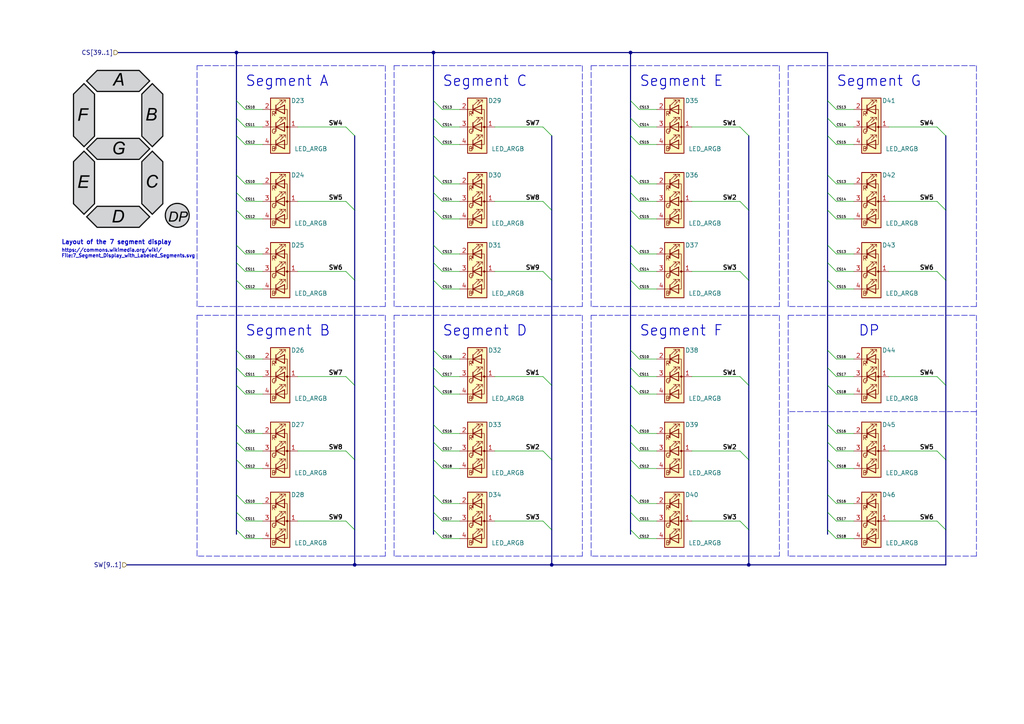
<source format=kicad_sch>
(kicad_sch (version 20211123) (generator eeschema)
  (paper "A4")
  (title_block (title "PMod RGB & Segment Display") (rev "v0.1") (company "James Horton") (comment 1 "interface, all LED's are designed to be indivdually addressable ") (comment 2 "This design is a 4 Digit Seven Segment Display made from RGB LED's, controlled using I2C") (comment 4 "Licensed Under CERN Open Hardware Licence Version 2 - Permissive"))
  (lib_symbols
    (symbol "Device:LED_ARGB" (pin_names (offset 0) hide)
      (property "Reference" "D" (at 0 9.398 0))
      (property "Value" "LED_ARGB" (at 0 -8.89 0))
      (symbol "LED_ARGB_0_0"
        (text "B" (at -1.905 -6.35 0) (effects (font (size 1.27 1.27))))
        (text "G" (at -1.905 -1.27 0) (effects (font (size 1.27 1.27))))
        (text "R" (at -1.905 3.81 0) (effects (font (size 1.27 1.27))))
      )
      (symbol "LED_ARGB_0_1"
        (polyline (pts (xy -1.27 -5.08) (xy -2.54 -5.08)))
        (polyline (pts (xy -1.27 -5.08) (xy 1.27 -5.08)))
        (polyline (pts (xy -1.27 -3.81) (xy -1.27 -6.35)) (stroke (width 0.254)))
        (polyline (pts (xy -1.27 0) (xy -2.54 0)))
        (polyline (pts (xy -1.27 1.27) (xy -1.27 -1.27)) (stroke (width 0.254)))
        (polyline (pts (xy -1.27 5.08) (xy -2.54 5.08)))
        (polyline (pts (xy -1.27 5.08) (xy 1.27 5.08)))
        (polyline (pts (xy -1.27 6.35) (xy -1.27 3.81)) (stroke (width 0.254)))
        (polyline (pts (xy 1.27 0) (xy -1.27 0)))
        (polyline (pts (xy 1.27 0) (xy 2.54 0)))
        (polyline (pts (xy -1.27 1.27) (xy -1.27 -1.27) (xy -1.27 -1.27)))
        (polyline (pts (xy -1.27 6.35) (xy -1.27 3.81) (xy -1.27 3.81)))
        (polyline (pts (xy 1.27 -5.08) (xy 2.032 -5.08) (xy 2.032 5.08) (xy 1.27 5.08)))
        (polyline (pts (xy 1.27 -3.81) (xy 1.27 -6.35) (xy -1.27 -5.08) (xy 1.27 -3.81)) (stroke (width 0.254)))
        (polyline (pts (xy 1.27 1.27) (xy 1.27 -1.27) (xy -1.27 0) (xy 1.27 1.27)) (stroke (width 0.254)))
        (polyline (pts (xy 1.27 6.35) (xy 1.27 3.81) (xy -1.27 5.08) (xy 1.27 6.35)) (stroke (width 0.254)))
        (polyline (pts (xy -1.016 -3.81) (xy 0.508 -2.286) (xy -0.254 -2.286) (xy 0.508 -2.286) (xy 0.508 -3.048)))
        (polyline (pts (xy -1.016 1.27) (xy 0.508 2.794) (xy -0.254 2.794) (xy 0.508 2.794) (xy 0.508 2.032)))
        (polyline (pts (xy -1.016 6.35) (xy 0.508 7.874) (xy -0.254 7.874) (xy 0.508 7.874) (xy 0.508 7.112)))
        (polyline (pts (xy 0 -3.81) (xy 1.524 -2.286) (xy 0.762 -2.286) (xy 1.524 -2.286) (xy 1.524 -3.048)))
        (polyline (pts (xy 0 1.27) (xy 1.524 2.794) (xy 0.762 2.794) (xy 1.524 2.794) (xy 1.524 2.032)))
        (polyline (pts (xy 0 6.35) (xy 1.524 7.874) (xy 0.762 7.874) (xy 1.524 7.874) (xy 1.524 7.112)))
        (rectangle (start 1.27 -1.27) (end 1.27 1.27))
        (rectangle (start 1.27 1.27) (end 1.27 1.27))
        (rectangle (start 1.27 3.81) (end 1.27 6.35))
        (rectangle (start 1.27 6.35) (end 1.27 6.35))
        (circle (center 2.032 0) (radius 0.254) (fill (type outline)))
        (rectangle (start 2.794 8.382) (end -2.794 -7.62) (stroke (width 0.254)) (fill (type background)))
      )
      (symbol "LED_ARGB_1_1"
        (pin passive line (at 5.08 0 180) (length 2.54) (name "A") (number "1"))
        (pin passive line (at -5.08 5.08 0) (length 2.54) (name "RK") (number "2"))
        (pin passive line (at -5.08 0 0) (length 2.54) (name "GK") (number "3"))
        (pin passive line (at -5.08 -5.08 0) (length 2.54) (name "BK") (number "4"))
      )
    )
  )
  (junction (at 182.88 15.24))
  (junction (at 102.87 163.83))
  (junction (at 125.73 15.24))
  (junction (at 160.02 163.83))
  (junction (at 68.58 15.24))
  (junction (at 217.17 163.83))
  (bus_entry (at 182.88 55.88) (size 2.54 2.54))
  (bus_entry (at 125.73 133.35) (size 2.54 2.54))
  (bus_entry (at 271.78 130.81) (size 2.54 2.54))
  (bus_entry (at 240.03 148.59) (size 2.54 2.54))
  (bus_entry (at 125.73 81.28) (size 2.54 2.54))
  (bus_entry (at 271.78 78.74) (size 2.54 2.54))
  (bus_entry (at 240.03 55.88) (size 2.54 2.54))
  (bus_entry (at 182.88 76.2) (size 2.54 2.54))
  (bus_entry (at 182.88 50.8) (size 2.54 2.54))
  (bus_entry (at 125.73 50.8) (size 2.54 2.54))
  (bus_entry (at 68.58 39.37) (size 2.54 2.54))
  (bus_entry (at 125.73 143.51) (size 2.54 2.54))
  (bus_entry (at 240.03 106.68) (size 2.54 2.54))
  (bus_entry (at 68.58 143.51) (size 2.54 2.54))
  (bus_entry (at 182.88 128.27) (size 2.54 2.54))
  (bus_entry (at 182.88 133.35) (size 2.54 2.54))
  (bus_entry (at 100.33 78.74) (size 2.54 2.54))
  (bus_entry (at 182.88 39.37) (size 2.54 2.54))
  (bus_entry (at 182.88 101.6) (size 2.54 2.54))
  (bus_entry (at 125.73 148.59) (size 2.54 2.54))
  (bus_entry (at 182.88 111.76) (size 2.54 2.54))
  (bus_entry (at 240.03 71.12) (size 2.54 2.54))
  (bus_entry (at 182.88 60.96) (size 2.54 2.54))
  (bus_entry (at 214.63 151.13) (size 2.54 2.54))
  (bus_entry (at 240.03 39.37) (size 2.54 2.54))
  (bus_entry (at 214.63 78.74) (size 2.54 2.54))
  (bus_entry (at 240.03 50.8) (size 2.54 2.54))
  (bus_entry (at 100.33 151.13) (size 2.54 2.54))
  (bus_entry (at 182.88 148.59) (size 2.54 2.54))
  (bus_entry (at 100.33 58.42) (size 2.54 2.54))
  (bus_entry (at 125.73 153.67) (size 2.54 2.54))
  (bus_entry (at 182.88 34.29) (size 2.54 2.54))
  (bus_entry (at 214.63 36.83) (size 2.54 2.54))
  (bus_entry (at 271.78 58.42) (size 2.54 2.54))
  (bus_entry (at 125.73 71.12) (size 2.54 2.54))
  (bus_entry (at 68.58 153.67) (size 2.54 2.54))
  (bus_entry (at 182.88 81.28) (size 2.54 2.54))
  (bus_entry (at 240.03 101.6) (size 2.54 2.54))
  (bus_entry (at 182.88 71.12) (size 2.54 2.54))
  (bus_entry (at 240.03 123.19) (size 2.54 2.54))
  (bus_entry (at 240.03 153.67) (size 2.54 2.54))
  (bus_entry (at 214.63 58.42) (size 2.54 2.54))
  (bus_entry (at 125.73 111.76) (size 2.54 2.54))
  (bus_entry (at 125.73 106.68) (size 2.54 2.54))
  (bus_entry (at 182.88 123.19) (size 2.54 2.54))
  (bus_entry (at 68.58 133.35) (size 2.54 2.54))
  (bus_entry (at 100.33 109.22) (size 2.54 2.54))
  (bus_entry (at 240.03 111.76) (size 2.54 2.54))
  (bus_entry (at 68.58 71.12) (size 2.54 2.54))
  (bus_entry (at 125.73 101.6) (size 2.54 2.54))
  (bus_entry (at 125.73 29.21) (size 2.54 2.54))
  (bus_entry (at 68.58 101.6) (size 2.54 2.54))
  (bus_entry (at 240.03 143.51) (size 2.54 2.54))
  (bus_entry (at 240.03 81.28) (size 2.54 2.54))
  (bus_entry (at 214.63 130.81) (size 2.54 2.54))
  (bus_entry (at 271.78 151.13) (size 2.54 2.54))
  (bus_entry (at 125.73 76.2) (size 2.54 2.54))
  (bus_entry (at 125.73 34.29) (size 2.54 2.54))
  (bus_entry (at 182.88 29.21) (size 2.54 2.54))
  (bus_entry (at 68.58 60.96) (size 2.54 2.54))
  (bus_entry (at 68.58 55.88) (size 2.54 2.54))
  (bus_entry (at 271.78 109.22) (size 2.54 2.54))
  (bus_entry (at 157.48 130.81) (size 2.54 2.54))
  (bus_entry (at 240.03 29.21) (size 2.54 2.54))
  (bus_entry (at 240.03 60.96) (size 2.54 2.54))
  (bus_entry (at 125.73 60.96) (size 2.54 2.54))
  (bus_entry (at 271.78 36.83) (size 2.54 2.54))
  (bus_entry (at 68.58 29.21) (size 2.54 2.54))
  (bus_entry (at 214.63 109.22) (size 2.54 2.54))
  (bus_entry (at 68.58 128.27) (size 2.54 2.54))
  (bus_entry (at 68.58 34.29) (size 2.54 2.54))
  (bus_entry (at 68.58 106.68) (size 2.54 2.54))
  (bus_entry (at 240.03 76.2) (size 2.54 2.54))
  (bus_entry (at 157.48 36.83) (size 2.54 2.54))
  (bus_entry (at 68.58 148.59) (size 2.54 2.54))
  (bus_entry (at 68.58 76.2) (size 2.54 2.54))
  (bus_entry (at 100.33 36.83) (size 2.54 2.54))
  (bus_entry (at 157.48 58.42) (size 2.54 2.54))
  (bus_entry (at 240.03 34.29) (size 2.54 2.54))
  (bus_entry (at 100.33 130.81) (size 2.54 2.54))
  (bus_entry (at 240.03 128.27) (size 2.54 2.54))
  (bus_entry (at 125.73 55.88) (size 2.54 2.54))
  (bus_entry (at 68.58 50.8) (size 2.54 2.54))
  (bus_entry (at 125.73 39.37) (size 2.54 2.54))
  (bus_entry (at 125.73 123.19) (size 2.54 2.54))
  (bus_entry (at 182.88 143.51) (size 2.54 2.54))
  (bus_entry (at 157.48 151.13) (size 2.54 2.54))
  (bus_entry (at 157.48 78.74) (size 2.54 2.54))
  (bus_entry (at 240.03 133.35) (size 2.54 2.54))
  (bus_entry (at 125.73 128.27) (size 2.54 2.54))
  (bus_entry (at 68.58 111.76) (size 2.54 2.54))
  (bus_entry (at 68.58 123.19) (size 2.54 2.54))
  (bus_entry (at 182.88 106.68) (size 2.54 2.54))
  (bus_entry (at 157.48 109.22) (size 2.54 2.54))
  (bus_entry (at 68.58 81.28) (size 2.54 2.54))
  (bus_entry (at 182.88 153.67) (size 2.54 2.54))
  (wire (pts (xy 200.66 109.22) (xy 214.63 109.22)))
  (wire (pts (xy 86.36 109.22) (xy 100.33 109.22)))
  (wire (pts (xy 242.57 36.83) (xy 247.65 36.83)))
  (bus (pts (xy 125.73 143.51) (xy 125.73 148.59)))
  (wire (pts (xy 71.12 73.66) (xy 76.2 73.66)))
  (wire (pts (xy 71.12 36.83) (xy 76.2 36.83)))
  (bus (pts (xy 68.58 123.19) (xy 68.58 128.27)))
  (polyline (pts (xy 171.45 88.9) (xy 171.45 19.05)))
  (bus (pts (xy 160.02 111.76) (xy 160.02 133.35)))
  (wire (pts (xy 242.57 104.14) (xy 247.65 104.14)))
  (wire (pts (xy 185.42 104.14) (xy 190.5 104.14)))
  (wire (pts (xy 214.63 130.81) (xy 200.66 130.81)))
  (wire (pts (xy 128.27 156.21) (xy 133.35 156.21)))
  (bus (pts (xy 125.73 15.24) (xy 182.88 15.24)))
  (bus (pts (xy 240.03 128.27) (xy 240.03 133.35)))
  (bus (pts (xy 240.03 50.8) (xy 240.03 55.88)))
  (wire (pts (xy 242.57 73.66) (xy 247.65 73.66)))
  (wire (pts (xy 128.27 78.74) (xy 133.35 78.74)))
  (wire (pts (xy 185.42 156.21) (xy 190.5 156.21)))
  (bus (pts (xy 125.73 55.88) (xy 125.73 60.96)))
  (wire (pts (xy 242.57 41.91) (xy 247.65 41.91)))
  (wire (pts (xy 200.66 36.83) (xy 214.63 36.83)))
  (polyline (pts (xy 111.76 19.05) (xy 111.76 88.9)))
  (wire (pts (xy 257.81 78.74) (xy 271.78 78.74)))
  (polyline (pts (xy 283.21 119.38) (xy 228.6 119.38)))
  (bus (pts (xy 182.88 60.96) (xy 182.88 71.12)))
  (bus (pts (xy 125.73 71.12) (xy 125.73 76.2)))
  (bus (pts (xy 182.88 133.35) (xy 182.88 143.51)))
  (bus (pts (xy 68.58 15.24) (xy 125.73 15.24)))
  (wire (pts (xy 128.27 114.3) (xy 133.35 114.3)))
  (wire (pts (xy 71.12 78.74) (xy 76.2 78.74)))
  (wire (pts (xy 71.12 31.75) (xy 76.2 31.75)))
  (bus (pts (xy 182.88 148.59) (xy 182.88 153.67)))
  (bus (pts (xy 240.03 153.67) (xy 240.03 154.94)))
  (bus (pts (xy 182.88 29.21) (xy 182.88 34.29)))
  (wire (pts (xy 143.51 36.83) (xy 157.48 36.83)))
  (bus (pts (xy 68.58 76.2) (xy 68.58 81.28)))
  (wire (pts (xy 128.27 31.75) (xy 133.35 31.75)))
  (wire (pts (xy 71.12 156.21) (xy 76.2 156.21)))
  (wire (pts (xy 185.42 146.05) (xy 190.5 146.05)))
  (bus (pts (xy 68.58 153.67) (xy 68.58 154.94)))
  (bus (pts (xy 274.32 133.35) (xy 274.32 153.67)))
  (wire (pts (xy 185.42 53.34) (xy 190.5 53.34)))
  (polyline (pts (xy 171.45 161.29) (xy 171.45 91.44)))
  (wire (pts (xy 143.51 109.22) (xy 157.48 109.22)))
  (bus (pts (xy 68.58 111.76) (xy 68.58 123.19)))
  (wire (pts (xy 214.63 58.42) (xy 200.66 58.42)))
  (wire (pts (xy 257.81 151.13) (xy 271.78 151.13)))
  (wire (pts (xy 242.57 58.42) (xy 247.65 58.42)))
  (bus (pts (xy 217.17 153.67) (xy 217.17 163.83)))
  (wire (pts (xy 185.42 73.66) (xy 190.5 73.66)))
  (bus (pts (xy 182.88 143.51) (xy 182.88 148.59)))
  (bus (pts (xy 182.88 106.68) (xy 182.88 111.76)))
  (wire (pts (xy 128.27 104.14) (xy 133.35 104.14)))
  (bus (pts (xy 274.32 60.96) (xy 274.32 81.28)))
  (bus (pts (xy 182.88 50.8) (xy 182.88 55.88)))
  (bus (pts (xy 160.02 133.35) (xy 160.02 153.67)))
  (wire (pts (xy 128.27 151.13) (xy 133.35 151.13)))
  (wire (pts (xy 271.78 58.42) (xy 257.81 58.42)))
  (wire (pts (xy 242.57 31.75) (xy 247.65 31.75)))
  (bus (pts (xy 160.02 39.37) (xy 160.02 60.96)))
  (bus (pts (xy 240.03 55.88) (xy 240.03 60.96)))
  (wire (pts (xy 185.42 58.42) (xy 190.5 58.42)))
  (wire (pts (xy 185.42 36.83) (xy 190.5 36.83)))
  (bus (pts (xy 217.17 163.83) (xy 160.02 163.83)))
  (bus (pts (xy 217.17 111.76) (xy 217.17 133.35)))
  (wire (pts (xy 242.57 151.13) (xy 247.65 151.13)))
  (bus (pts (xy 68.58 29.21) (xy 68.58 34.29)))
  (wire (pts (xy 185.42 114.3) (xy 190.5 114.3)))
  (bus (pts (xy 68.58 39.37) (xy 68.58 50.8)))
  (bus (pts (xy 240.03 101.6) (xy 240.03 106.68)))
  (wire (pts (xy 128.27 41.91) (xy 133.35 41.91)))
  (wire (pts (xy 128.27 125.73) (xy 133.35 125.73)))
  (wire (pts (xy 257.81 109.22) (xy 271.78 109.22)))
  (wire (pts (xy 185.42 41.91) (xy 190.5 41.91)))
  (polyline (pts (xy 114.3 88.9) (xy 114.3 19.05)))
  (bus (pts (xy 240.03 123.19) (xy 240.03 128.27)))
  (wire (pts (xy 71.12 130.81) (xy 76.2 130.81)))
  (bus (pts (xy 68.58 81.28) (xy 68.58 101.6)))
  (polyline (pts (xy 171.45 19.05) (xy 226.06 19.05)))
  (wire (pts (xy 71.12 114.3) (xy 76.2 114.3)))
  (polyline (pts (xy 226.06 91.44) (xy 226.06 161.29)))
  (bus (pts (xy 36.83 163.83) (xy 102.87 163.83)))
  (wire (pts (xy 242.57 156.21) (xy 247.65 156.21)))
  (wire (pts (xy 185.42 109.22) (xy 190.5 109.22)))
  (bus (pts (xy 125.73 148.59) (xy 125.73 153.67)))
  (bus (pts (xy 125.73 34.29) (xy 125.73 39.37)))
  (bus (pts (xy 182.88 15.24) (xy 240.03 15.24)))
  (polyline (pts (xy 57.15 91.44) (xy 111.76 91.44)))
  (polyline (pts (xy 228.6 19.05) (xy 283.21 19.05)))
  (polyline (pts (xy 228.6 161.29) (xy 228.6 91.44)))
  (bus (pts (xy 68.58 133.35) (xy 68.58 143.51)))
  (bus (pts (xy 102.87 60.96) (xy 102.87 81.28)))
  (polyline (pts (xy 111.76 91.44) (xy 111.76 161.29)))
  (wire (pts (xy 157.48 58.42) (xy 143.51 58.42)))
  (bus (pts (xy 125.73 81.28) (xy 125.73 101.6)))
  (wire (pts (xy 157.48 130.81) (xy 143.51 130.81)))
  (bus (pts (xy 125.73 111.76) (xy 125.73 123.19)))
  (wire (pts (xy 71.12 58.42) (xy 76.2 58.42)))
  (polyline (pts (xy 228.6 91.44) (xy 283.21 91.44)))
  (bus (pts (xy 182.88 153.67) (xy 182.88 154.94)))
  (wire (pts (xy 143.51 78.74) (xy 157.48 78.74)))
  (bus (pts (xy 240.03 133.35) (xy 240.03 143.51)))
  (bus (pts (xy 160.02 81.28) (xy 160.02 111.76)))
  (wire (pts (xy 185.42 135.89) (xy 190.5 135.89)))
  (polyline (pts (xy 57.15 19.05) (xy 111.76 19.05)))
  (wire (pts (xy 86.36 151.13) (xy 100.33 151.13)))
  (wire (pts (xy 242.57 135.89) (xy 247.65 135.89)))
  (wire (pts (xy 242.57 63.5) (xy 247.65 63.5)))
  (bus (pts (xy 240.03 15.24) (xy 240.03 29.21)))
  (bus (pts (xy 125.73 15.24) (xy 125.73 29.21)))
  (polyline (pts (xy 283.21 19.05) (xy 283.21 88.9)))
  (wire (pts (xy 71.12 146.05) (xy 76.2 146.05)))
  (wire (pts (xy 200.66 151.13) (xy 214.63 151.13)))
  (polyline (pts (xy 57.15 88.9) (xy 57.15 19.05)))
  (bus (pts (xy 160.02 60.96) (xy 160.02 81.28)))
  (bus (pts (xy 102.87 153.67) (xy 102.87 163.83)))
  (polyline (pts (xy 228.6 88.9) (xy 228.6 19.05)))
  (wire (pts (xy 242.57 53.34) (xy 247.65 53.34)))
  (bus (pts (xy 125.73 29.21) (xy 125.73 34.29)))
  (wire (pts (xy 200.66 78.74) (xy 214.63 78.74)))
  (bus (pts (xy 125.73 133.35) (xy 125.73 143.51)))
  (bus (pts (xy 217.17 60.96) (xy 217.17 81.28)))
  (bus (pts (xy 102.87 133.35) (xy 102.87 153.67)))
  (bus (pts (xy 274.32 111.76) (xy 274.32 133.35)))
  (bus (pts (xy 182.88 76.2) (xy 182.88 81.28)))
  (wire (pts (xy 143.51 151.13) (xy 157.48 151.13)))
  (bus (pts (xy 125.73 101.6) (xy 125.73 106.68)))
  (bus (pts (xy 102.87 81.28) (xy 102.87 111.76)))
  (bus (pts (xy 125.73 153.67) (xy 125.73 154.94)))
  (bus (pts (xy 217.17 133.35) (xy 217.17 153.67)))
  (wire (pts (xy 185.42 63.5) (xy 190.5 63.5)))
  (bus (pts (xy 274.32 153.67) (xy 274.32 163.83)))
  (bus (pts (xy 68.58 148.59) (xy 68.58 153.67)))
  (bus (pts (xy 182.88 81.28) (xy 182.88 101.6)))
  (bus (pts (xy 125.73 50.8) (xy 125.73 55.88)))
  (bus (pts (xy 68.58 101.6) (xy 68.58 106.68)))
  (bus (pts (xy 125.73 123.19) (xy 125.73 128.27)))
  (bus (pts (xy 160.02 163.83) (xy 102.87 163.83)))
  (bus (pts (xy 68.58 106.68) (xy 68.58 111.76)))
  (bus (pts (xy 68.58 71.12) (xy 68.58 76.2)))
  (bus (pts (xy 274.32 39.37) (xy 274.32 60.96)))
  (wire (pts (xy 128.27 73.66) (xy 133.35 73.66)))
  (bus (pts (xy 240.03 111.76) (xy 240.03 123.19)))
  (bus (pts (xy 182.88 39.37) (xy 182.88 50.8)))
  (bus (pts (xy 182.88 123.19) (xy 182.88 128.27)))
  (polyline (pts (xy 283.21 91.44) (xy 283.21 161.29)))
  (polyline (pts (xy 168.91 91.44) (xy 168.91 161.29)))
  (bus (pts (xy 182.88 15.24) (xy 182.88 29.21)))
  (polyline (pts (xy 226.06 88.9) (xy 171.45 88.9)))
  (polyline (pts (xy 114.3 19.05) (xy 168.91 19.05)))
  (wire (pts (xy 242.57 146.05) (xy 247.65 146.05)))
  (wire (pts (xy 71.12 63.5) (xy 76.2 63.5)))
  (wire (pts (xy 71.12 135.89) (xy 76.2 135.89)))
  (wire (pts (xy 100.33 130.81) (xy 86.36 130.81)))
  (wire (pts (xy 242.57 130.81) (xy 247.65 130.81)))
  (polyline (pts (xy 114.3 161.29) (xy 114.3 91.44)))
  (bus (pts (xy 125.73 76.2) (xy 125.73 81.28)))
  (wire (pts (xy 128.27 58.42) (xy 133.35 58.42)))
  (polyline (pts (xy 111.76 161.29) (xy 57.15 161.29)))
  (bus (pts (xy 217.17 39.37) (xy 217.17 60.96)))
  (wire (pts (xy 257.81 36.83) (xy 271.78 36.83)))
  (wire (pts (xy 185.42 31.75) (xy 190.5 31.75)))
  (bus (pts (xy 68.58 143.51) (xy 68.58 148.59)))
  (bus (pts (xy 240.03 29.21) (xy 240.03 34.29)))
  (wire (pts (xy 86.36 36.83) (xy 100.33 36.83)))
  (wire (pts (xy 185.42 125.73) (xy 190.5 125.73)))
  (bus (pts (xy 102.87 111.76) (xy 102.87 133.35)))
  (bus (pts (xy 125.73 60.96) (xy 125.73 71.12)))
  (bus (pts (xy 240.03 39.37) (xy 240.03 50.8)))
  (bus (pts (xy 240.03 76.2) (xy 240.03 81.28)))
  (wire (pts (xy 128.27 135.89) (xy 133.35 135.89)))
  (wire (pts (xy 86.36 78.74) (xy 100.33 78.74)))
  (wire (pts (xy 185.42 83.82) (xy 190.5 83.82)))
  (polyline (pts (xy 168.91 19.05) (xy 168.91 88.9)))
  (wire (pts (xy 128.27 36.83) (xy 133.35 36.83)))
  (bus (pts (xy 182.88 71.12) (xy 182.88 76.2)))
  (bus (pts (xy 182.88 111.76) (xy 182.88 123.19)))
  (bus (pts (xy 240.03 148.59) (xy 240.03 153.67)))
  (wire (pts (xy 71.12 151.13) (xy 76.2 151.13)))
  (bus (pts (xy 182.88 128.27) (xy 182.88 133.35)))
  (bus (pts (xy 68.58 15.24) (xy 68.58 29.21)))
  (bus (pts (xy 68.58 55.88) (xy 68.58 60.96)))
  (bus (pts (xy 182.88 101.6) (xy 182.88 106.68)))
  (wire (pts (xy 242.57 114.3) (xy 247.65 114.3)))
  (wire (pts (xy 185.42 151.13) (xy 190.5 151.13)))
  (wire (pts (xy 71.12 125.73) (xy 76.2 125.73)))
  (wire (pts (xy 71.12 83.82) (xy 76.2 83.82)))
  (wire (pts (xy 242.57 78.74) (xy 247.65 78.74)))
  (bus (pts (xy 160.02 153.67) (xy 160.02 163.83)))
  (bus (pts (xy 34.29 15.24) (xy 68.58 15.24)))
  (polyline (pts (xy 283.21 88.9) (xy 228.6 88.9)))
  (bus (pts (xy 182.88 55.88) (xy 182.88 60.96)))
  (wire (pts (xy 128.27 130.81) (xy 133.35 130.81)))
  (bus (pts (xy 240.03 34.29) (xy 240.03 39.37)))
  (polyline (pts (xy 114.3 91.44) (xy 168.91 91.44)))
  (bus (pts (xy 125.73 128.27) (xy 125.73 133.35)))
  (wire (pts (xy 242.57 125.73) (xy 247.65 125.73)))
  (wire (pts (xy 271.78 130.81) (xy 257.81 130.81)))
  (wire (pts (xy 128.27 53.34) (xy 133.35 53.34)))
  (wire (pts (xy 128.27 63.5) (xy 133.35 63.5)))
  (bus (pts (xy 240.03 60.96) (xy 240.03 71.12)))
  (polyline (pts (xy 168.91 88.9) (xy 114.3 88.9)))
  (bus (pts (xy 240.03 81.28) (xy 240.03 101.6)))
  (polyline (pts (xy 111.76 88.9) (xy 57.15 88.9)))
  (bus (pts (xy 240.03 143.51) (xy 240.03 148.59)))
  (polyline (pts (xy 226.06 161.29) (xy 171.45 161.29)))
  (polyline (pts (xy 283.21 161.29) (xy 228.6 161.29)))
  (bus (pts (xy 102.87 39.37) (xy 102.87 60.96)))
  (bus (pts (xy 125.73 106.68) (xy 125.73 111.76)))
  (wire (pts (xy 242.57 109.22) (xy 247.65 109.22)))
  (wire (pts (xy 71.12 41.91) (xy 76.2 41.91)))
  (polyline (pts (xy 171.45 91.44) (xy 226.06 91.44)))
  (polyline (pts (xy 168.91 161.29) (xy 114.3 161.29)))
  (polyline (pts (xy 57.15 161.29) (xy 57.15 91.44)))
  (bus (pts (xy 125.73 39.37) (xy 125.73 50.8)))
  (wire (pts (xy 128.27 146.05) (xy 133.35 146.05)))
  (bus (pts (xy 68.58 50.8) (xy 68.58 55.88)))
  (bus (pts (xy 240.03 106.68) (xy 240.03 111.76)))
  (bus (pts (xy 274.32 163.83) (xy 217.17 163.83)))
  (wire (pts (xy 185.42 130.81) (xy 190.5 130.81)))
  (polyline (pts (xy 226.06 19.05) (xy 226.06 88.9)))
  (bus (pts (xy 217.17 81.28) (xy 217.17 111.76)))
  (wire (pts (xy 128.27 109.22) (xy 133.35 109.22)))
  (bus (pts (xy 274.32 81.28) (xy 274.32 111.76)))
  (bus (pts (xy 68.58 34.29) (xy 68.58 39.37)))
  (wire (pts (xy 242.57 83.82) (xy 247.65 83.82)))
  (wire (pts (xy 185.42 78.74) (xy 190.5 78.74)))
  (wire (pts (xy 71.12 53.34) (xy 76.2 53.34)))
  (bus (pts (xy 68.58 128.27) (xy 68.58 133.35)))
  (bus (pts (xy 240.03 71.12) (xy 240.03 76.2)))
  (wire (pts (xy 71.12 104.14) (xy 76.2 104.14)))
  (wire (pts (xy 128.27 83.82) (xy 133.35 83.82)))
  (wire (pts (xy 71.12 109.22) (xy 76.2 109.22)))
  (wire (pts (xy 100.33 58.42) (xy 86.36 58.42)))
  (bus (pts (xy 182.88 34.29) (xy 182.88 39.37)))
  (bus (pts (xy 68.58 60.96) (xy 68.58 71.12)))
  (image (at 38.1 43.18))
  (text "https://commons.wikimedia.org/wiki/\nFile:7_Segment_Display_with_Labeled_Segments.svg" (at 17.78 74.93 0) (effects (font (size 1 1) bold) (justify left bottom)))
  (text "Segment F" (at 185.42 97.79 0) (effects (font (size 3 3) (thickness 0.254) bold) (justify left bottom)))
  (text "Segment D" (at 128.27 97.79 0) (effects (font (size 3 3) (thickness 0.254) bold) (justify left bottom)))
  (text "Segment G" (at 242.57 25.4 0) (effects (font (size 3 3) (thickness 0.254) bold) (justify left bottom)))
  (text "Segment E" (at 185.42 25.4 0) (effects (font (size 3 3) (thickness 0.254) bold) (justify left bottom)))
  (text "Segment A" (at 71.12 25.4 0) (effects (font (size 3 3) (thickness 0.254) bold) (justify left bottom)))
  (text "DP\n" (at 248.92 97.79 0) (effects (font (size 3 3) (thickness 0.254) bold) (justify left bottom)))
  (text "Layout of the 7 segment display" (at 17.78 71.12 0) (effects (font (size 1.27 1.27) bold) (justify left bottom)))
  (text "Segment C" (at 128.27 25.4 0) (effects (font (size 3 3) (thickness 0.254) bold) (justify left bottom)))
  (text "Segment B" (at 71.12 97.79 0) (effects (font (size 3 3) (thickness 0.254) bold) (justify left bottom)))
  (label "SW4" (at 266.7 109.22 0) (effects (font bold)))
  (label "CS12" (at 71.12 83.82 0) (effects (font (size 0.7 0.7) bold)))
  (label "CS11" (at 71.12 151.13 0) (effects (font (size 0.7 0.7) bold)))
  (label "CS11" (at 71.12 130.81 0) (effects (font (size 0.7 0.7) bold)))
  (label "SW3" (at 152.4 151.13 0) (effects (font bold)))
  (label "CS13" (at 185.42 31.75 0) (effects (font (size 0.7 0.7) bold)))
  (label "CS14" (at 128.27 78.74 0) (effects (font (size 0.7 0.7) bold)))
  (label "SW8" (at 95.25 130.81 0) (effects (font bold)))
  (label "CS11" (at 71.12 78.74 0) (effects (font (size 0.7 0.7) bold)))
  (label "CS15" (at 185.42 83.82 0) (effects (font (size 0.7 0.7) bold)))
  (label "CS12" (at 185.42 114.3 0) (effects (font (size 0.7 0.7) bold)))
  (label "CS14" (at 242.57 78.74 0) (effects (font (size 0.7 0.7) bold)))
  (label "SW6" (at 95.25 78.74 0) (effects (font bold)))
  (label "CS15" (at 242.57 83.82 0) (effects (font (size 0.7 0.7) bold)))
  (label "SW3" (at 209.55 78.74 0) (effects (font bold)))
  (label "CS10" (at 71.12 53.34 0) (effects (font (size 0.7 0.7) bold)))
  (label "SW2" (at 209.55 58.42 0) (effects (font bold)))
  (label "CS16" (at 242.57 146.05 0) (effects (font (size 0.7 0.7) bold)))
  (label "CS10" (at 71.12 125.73 0) (effects (font (size 0.7 0.7) bold)))
  (label "CS11" (at 185.42 130.81 0) (effects (font (size 0.7 0.7) bold)))
  (label "CS13" (at 185.42 53.34 0) (effects (font (size 0.7 0.7) bold)))
  (label "CS15" (at 242.57 41.91 0) (effects (font (size 0.7 0.7) bold)))
  (label "CS15" (at 128.27 83.82 0) (effects (font (size 0.7 0.7) bold)))
  (label "CS14" (at 128.27 58.42 0) (effects (font (size 0.7 0.7) bold)))
  (label "CS17" (at 128.27 109.22 0) (effects (font (size 0.7 0.7) bold)))
  (label "CS15" (at 128.27 63.5 0) (effects (font (size 0.7 0.7) bold)))
  (label "SW6" (at 266.7 78.74 0) (effects (font bold)))
  (label "CS16" (at 128.27 146.05 0) (effects (font (size 0.7 0.7) bold)))
  (label "CS17" (at 128.27 130.81 0) (effects (font (size 0.7 0.7) bold)))
  (label "CS14" (at 242.57 58.42 0) (effects (font (size 0.7 0.7) bold)))
  (label "CS12" (at 71.12 41.91 0) (effects (font (size 0.7 0.7) bold)))
  (label "CS18" (at 128.27 156.21 0) (effects (font (size 0.7 0.7) bold)))
  (label "CS16" (at 242.57 104.14 0) (effects (font (size 0.7 0.7) bold)))
  (label "CS17" (at 242.57 130.81 0) (effects (font (size 0.7 0.7) bold)))
  (label "CS16" (at 128.27 104.14 0) (effects (font (size 0.7 0.7) bold)))
  (label "CS18" (at 242.57 156.21 0) (effects (font (size 0.7 0.7) bold)))
  (label "CS12" (at 71.12 156.21 0) (effects (font (size 0.7 0.7) bold)))
  (label "SW7" (at 95.25 109.22 0) (effects (font bold)))
  (label "CS11" (at 185.42 109.22 0) (effects (font (size 0.7 0.7) bold)))
  (label "CS10" (at 71.12 146.05 0) (effects (font (size 0.7 0.7) bold)))
  (label "CS10" (at 71.12 73.66 0) (effects (font (size 0.7 0.7) bold)))
  (label "CS13" (at 185.42 73.66 0) (effects (font (size 0.7 0.7) bold)))
  (label "CS13" (at 242.57 53.34 0) (effects (font (size 0.7 0.7) bold)))
  (label "CS10" (at 71.12 31.75 0) (effects (font (size 0.7 0.7) bold)))
  (label "CS13" (at 128.27 31.75 0) (effects (font (size 0.7 0.7) bold)))
  (label "SW3" (at 209.55 151.13 0) (effects (font bold)))
  (label "CS12" (at 71.12 135.89 0) (effects (font (size 0.7 0.7) bold)))
  (label "CS15" (at 128.27 41.91 0) (effects (font (size 0.7 0.7) bold)))
  (label "CS12" (at 71.12 114.3 0) (effects (font (size 0.7 0.7) bold)))
  (label "CS14" (at 185.42 36.83 0) (effects (font (size 0.7 0.7) bold)))
  (label "SW8" (at 152.4 58.42 0) (effects (font bold)))
  (label "CS18" (at 242.57 135.89 0) (effects (font (size 0.7 0.7) bold)))
  (label "SW9" (at 95.25 151.13 0) (effects (font bold)))
  (label "CS18" (at 242.57 114.3 0) (effects (font (size 0.7 0.7) bold)))
  (label "SW2" (at 152.4 130.81 0) (effects (font bold)))
  (label "CS17" (at 242.57 151.13 0) (effects (font (size 0.7 0.7) bold)))
  (label "CS18" (at 128.27 114.3 0) (effects (font (size 0.7 0.7) bold)))
  (label "CS17" (at 128.27 151.13 0) (effects (font (size 0.7 0.7) bold)))
  (label "CS14" (at 128.27 36.83 0) (effects (font (size 0.7 0.7) bold)))
  (label "CS11" (at 71.12 109.22 0) (effects (font (size 0.7 0.7) bold)))
  (label "CS11" (at 71.12 36.83 0) (effects (font (size 0.7 0.7) bold)))
  (label "SW4" (at 266.7 36.83 0) (effects (font bold)))
  (label "CS14" (at 185.42 78.74 0) (effects (font (size 0.7 0.7) bold)))
  (label "SW1" (at 209.55 109.22 0) (effects (font bold)))
  (label "SW2" (at 209.55 130.81 0) (effects (font bold)))
  (label "CS11" (at 71.12 58.42 0) (effects (font (size 0.7 0.7) bold)))
  (label "SW9" (at 152.4 78.74 0) (effects (font bold)))
  (label "CS10" (at 185.42 104.14 0) (effects (font (size 0.7 0.7) bold)))
  (label "CS15" (at 185.42 41.91 0) (effects (font (size 0.7 0.7) bold)))
  (label "CS11" (at 185.42 151.13 0) (effects (font (size 0.7 0.7) bold)))
  (label "SW5" (at 266.7 58.42 0) (effects (font bold)))
  (label "CS16" (at 128.27 125.73 0) (effects (font (size 0.7 0.7) bold)))
  (label "CS16" (at 242.57 125.73 0) (effects (font (size 0.7 0.7) bold)))
  (label "SW1" (at 209.55 36.83 0) (effects (font bold)))
  (label "CS17" (at 242.57 109.22 0) (effects (font (size 0.7 0.7) bold)))
  (label "CS14" (at 185.42 58.42 0) (effects (font (size 0.7 0.7) bold)))
  (label "CS13" (at 242.57 73.66 0) (effects (font (size 0.7 0.7) bold)))
  (label "CS18" (at 128.27 135.89 0) (effects (font (size 0.7 0.7) bold)))
  (label "CS13" (at 128.27 53.34 0) (effects (font (size 0.7 0.7) bold)))
  (label "CS10" (at 185.42 146.05 0) (effects (font (size 0.7 0.7) bold)))
  (label "SW5" (at 266.7 130.81 0) (effects (font bold)))
  (label "CS12" (at 185.42 135.89 0) (effects (font (size 0.7 0.7) bold)))
  (label "SW5" (at 95.25 58.42 0) (effects (font bold)))
  (label "CS12" (at 185.42 156.21 0) (effects (font (size 0.7 0.7) bold)))
  (label "CS14" (at 242.57 36.83 0) (effects (font (size 0.7 0.7) bold)))
  (label "SW6" (at 266.7 151.13 0) (effects (font bold)))
  (label "CS10" (at 185.42 125.73 0) (effects (font (size 0.7 0.7) bold)))
  (label "CS15" (at 185.42 63.5 0) (effects (font (size 0.7 0.7) bold)))
  (label "CS13" (at 128.27 73.66 0) (effects (font (size 0.7 0.7) bold)))
  (label "SW4" (at 95.25 36.83 0) (effects (font bold)))
  (label "CS15" (at 242.57 63.5 0) (effects (font (size 0.7 0.7) bold)))
  (label "CS12" (at 71.12 63.5 0) (effects (font (size 0.7 0.7) bold)))
  (label "CS10" (at 71.12 104.14 0) (effects (font (size 0.7 0.7) bold)))
  (label "CS13" (at 242.57 31.75 0) (effects (font (size 0.7 0.7) bold)))
  (label "SW1" (at 152.4 109.22 0) (effects (font bold)))
  (label "SW7" (at 152.4 36.83 0) (effects (font bold)))
  (hierarchical_label "SW[9..1]" (shape input) (at 36.83 163.83 180))
  (hierarchical_label "CS[39..1]" (shape input) (at 34.29 15.24 180))
  (symbol (lib_id "Device:LED_ARGB") (at 138.43 130.81 0) (unit 1)
    (property "Reference" "D33" (at 143.51 123.19 0))
    (property "Value" "LED_ARGB" (at 147.32 137.16 0))
    (property "Footprint" "jjh:SX-0402-RGB" (effects hide))
  )
  (symbol (lib_id "Device:LED_ARGB") (at 138.43 58.42 0) (unit 1)
    (property "Reference" "D30" (at 143.51 50.8 0))
    (property "Value" "LED_ARGB" (at 147.32 64.77 0))
    (property "Footprint" "jjh:SX-0402-RGB" (effects hide))
  )
  (symbol (lib_id "Device:LED_ARGB") (at 81.28 151.13 0) (unit 1)
    (property "Reference" "D28" (at 86.36 143.51 0))
    (property "Value" "LED_ARGB" (at 90.17 157.48 0))
    (property "Footprint" "jjh:SX-0402-RGB" (effects hide))
  )
  (symbol (lib_id "Device:LED_ARGB") (at 252.73 58.42 0) (unit 1)
    (property "Reference" "D42" (at 257.81 50.8 0))
    (property "Value" "LED_ARGB" (at 261.62 64.77 0))
    (property "Footprint" "jjh:SX-0402-RGB" (effects hide))
  )
  (symbol (lib_id "Device:LED_ARGB") (at 138.43 109.22 0) (unit 1)
    (property "Reference" "D32" (at 143.51 101.6 0))
    (property "Value" "LED_ARGB" (at 147.32 115.57 0))
    (property "Footprint" "jjh:SX-0402-RGB" (effects hide))
  )
  (symbol (lib_id "Device:LED_ARGB") (at 195.58 151.13 0) (unit 1)
    (property "Reference" "D40" (at 200.66 143.51 0))
    (property "Value" "LED_ARGB" (at 204.47 157.48 0))
    (property "Footprint" "jjh:SX-0402-RGB" (effects hide))
  )
  (symbol (lib_id "Device:LED_ARGB") (at 252.73 151.13 0) (unit 1)
    (property "Reference" "D46" (at 257.81 143.51 0))
    (property "Value" "LED_ARGB" (at 261.62 157.48 0))
    (property "Footprint" "jjh:SX-0402-RGB" (effects hide))
  )
  (symbol (lib_id "Device:LED_ARGB") (at 81.28 36.83 0) (unit 1)
    (property "Reference" "D23" (at 86.36 29.21 0))
    (property "Value" "LED_ARGB" (at 90.17 43.18 0))
    (property "Footprint" "jjh:SX-0402-RGB" (effects hide))
  )
  (symbol (lib_id "Device:LED_ARGB") (at 81.28 130.81 0) (unit 1)
    (property "Reference" "D27" (at 86.36 123.19 0))
    (property "Value" "LED_ARGB" (at 90.17 137.16 0))
    (property "Footprint" "jjh:SX-0402-RGB" (effects hide))
  )
  (symbol (lib_id "Device:LED_ARGB") (at 81.28 109.22 0) (unit 1)
    (property "Reference" "D26" (at 86.36 101.6 0))
    (property "Value" "LED_ARGB" (at 90.17 115.57 0))
    (property "Footprint" "jjh:SX-0402-RGB" (effects hide))
  )
  (symbol (lib_id "Device:LED_ARGB") (at 138.43 78.74 0) (unit 1)
    (property "Reference" "D31" (at 143.51 71.12 0))
    (property "Value" "LED_ARGB" (at 147.32 85.09 0))
    (property "Footprint" "jjh:SX-0402-RGB" (effects hide))
  )
  (symbol (lib_id "Device:LED_ARGB") (at 195.58 78.74 0) (unit 1)
    (property "Reference" "D37" (at 200.66 71.12 0))
    (property "Value" "LED_ARGB" (at 204.47 85.09 0))
    (property "Footprint" "jjh:SX-0402-RGB" (effects hide))
  )
  (symbol (lib_id "Device:LED_ARGB") (at 252.73 36.83 0) (unit 1)
    (property "Reference" "D41" (at 257.81 29.21 0))
    (property "Value" "LED_ARGB" (at 261.62 43.18 0))
    (property "Footprint" "jjh:SX-0402-RGB" (effects hide))
  )
  (symbol (lib_id "Device:LED_ARGB") (at 81.28 78.74 0) (unit 1)
    (property "Reference" "D25" (at 86.36 71.12 0))
    (property "Value" "LED_ARGB" (at 90.17 85.09 0))
    (property "Footprint" "jjh:SX-0402-RGB" (effects hide))
  )
  (symbol (lib_id "Device:LED_ARGB") (at 195.58 36.83 0) (unit 1)
    (property "Reference" "D35" (at 200.66 29.21 0))
    (property "Value" "LED_ARGB" (at 204.47 43.18 0))
    (property "Footprint" "jjh:SX-0402-RGB" (effects hide))
  )
  (symbol (lib_id "Device:LED_ARGB") (at 138.43 36.83 0) (unit 1)
    (property "Reference" "D29" (at 143.51 29.21 0))
    (property "Value" "LED_ARGB" (at 147.32 43.18 0))
    (property "Footprint" "jjh:SX-0402-RGB" (effects hide))
  )
  (symbol (lib_id "Device:LED_ARGB") (at 81.28 58.42 0) (unit 1)
    (property "Reference" "D24" (at 86.36 50.8 0))
    (property "Value" "LED_ARGB" (at 90.17 64.77 0))
    (property "Footprint" "jjh:SX-0402-RGB" (effects hide))
  )
  (symbol (lib_id "Device:LED_ARGB") (at 195.58 109.22 0) (unit 1)
    (property "Reference" "D38" (at 200.66 101.6 0))
    (property "Value" "LED_ARGB" (at 204.47 115.57 0))
    (property "Footprint" "jjh:SX-0402-RGB" (effects hide))
  )
  (symbol (lib_id "Device:LED_ARGB") (at 252.73 78.74 0) (unit 1)
    (property "Reference" "D43" (at 257.81 71.12 0))
    (property "Value" "LED_ARGB" (at 261.62 85.09 0))
    (property "Footprint" "jjh:SX-0402-RGB" (effects hide))
  )
  (symbol (lib_id "Device:LED_ARGB") (at 252.73 130.81 0) (unit 1)
    (property "Reference" "D45" (at 257.81 123.19 0))
    (property "Value" "LED_ARGB" (at 261.62 137.16 0))
    (property "Footprint" "jjh:SX-0402-RGB" (effects hide))
  )
  (symbol (lib_id "Device:LED_ARGB") (at 195.58 58.42 0) (unit 1)
    (property "Reference" "D36" (at 200.66 50.8 0))
    (property "Value" "LED_ARGB" (at 204.47 64.77 0))
    (property "Footprint" "jjh:SX-0402-RGB" (effects hide))
  )
  (symbol (lib_id "Device:LED_ARGB") (at 138.43 151.13 0) (unit 1)
    (property "Reference" "D34" (at 143.51 143.51 0))
    (property "Value" "LED_ARGB" (at 147.32 157.48 0))
    (property "Footprint" "jjh:SX-0402-RGB" (effects hide))
  )
  (symbol (lib_id "Device:LED_ARGB") (at 195.58 130.81 0) (unit 1)
    (property "Reference" "D39" (at 200.66 123.19 0))
    (property "Value" "LED_ARGB" (at 204.47 137.16 0))
    (property "Footprint" "jjh:SX-0402-RGB" (effects hide))
  )
  (symbol (lib_id "Device:LED_ARGB") (at 252.73 109.22 0) (unit 1)
    (property "Reference" "D44" (at 257.81 101.6 0))
    (property "Value" "LED_ARGB" (at 261.62 115.57 0))
    (property "Footprint" "jjh:SX-0402-RGB" (effects hide))
  )
)
</source>
